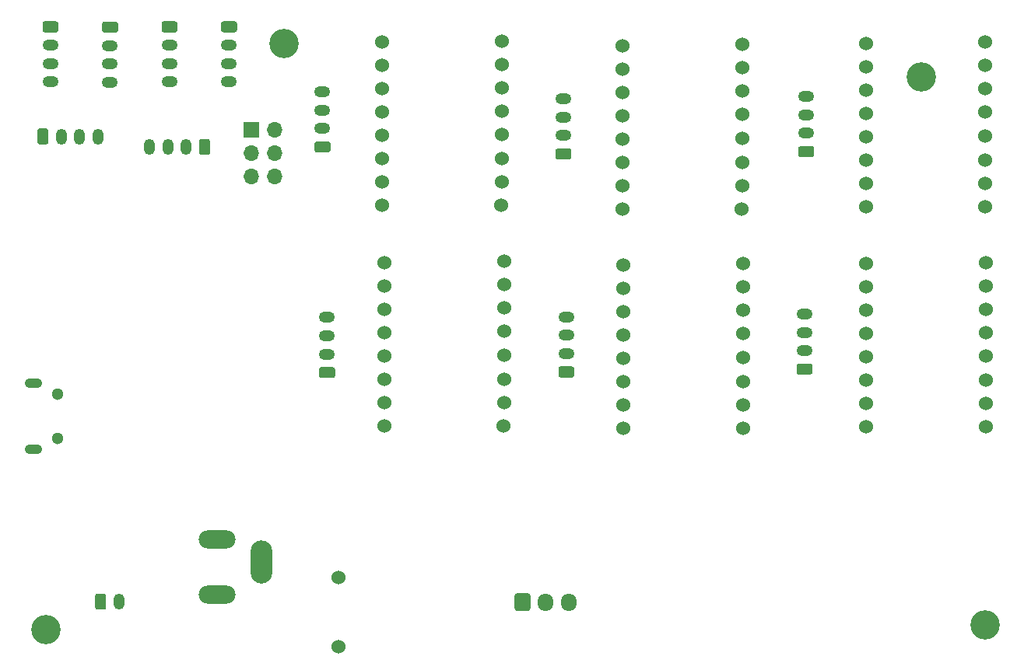
<source format=gbr>
%TF.GenerationSoftware,KiCad,Pcbnew,(5.1.9-0-10_14)*%
%TF.CreationDate,2021-08-09T22:26:57+08:00*%
%TF.ProjectId,Motor_clock,4d6f746f-725f-4636-9c6f-636b2e6b6963,rev?*%
%TF.SameCoordinates,Original*%
%TF.FileFunction,Soldermask,Bot*%
%TF.FilePolarity,Negative*%
%FSLAX46Y46*%
G04 Gerber Fmt 4.6, Leading zero omitted, Abs format (unit mm)*
G04 Created by KiCad (PCBNEW (5.1.9-0-10_14)) date 2021-08-09 22:26:57*
%MOMM*%
%LPD*%
G01*
G04 APERTURE LIST*
%ADD10C,1.524000*%
%ADD11O,1.700000X1.950000*%
%ADD12O,1.900000X1.070000*%
%ADD13C,1.300000*%
%ADD14O,1.200000X1.750000*%
%ADD15O,1.700000X1.700000*%
%ADD16R,1.700000X1.700000*%
%ADD17O,1.750000X1.200000*%
%ADD18C,3.200000*%
%ADD19O,4.000000X2.000000*%
%ADD20O,2.350000X4.700000*%
G04 APERTURE END LIST*
D10*
%TO.C,BZ1*%
X145034000Y-126355000D03*
X145034000Y-118755000D03*
%TD*%
D11*
%TO.C,J1*%
X170027600Y-121462800D03*
X167527600Y-121462800D03*
G36*
G01*
X164177600Y-122187800D02*
X164177600Y-120737800D01*
G75*
G02*
X164427600Y-120487800I250000J0D01*
G01*
X165627600Y-120487800D01*
G75*
G02*
X165877600Y-120737800I0J-250000D01*
G01*
X165877600Y-122187800D01*
G75*
G02*
X165627600Y-122437800I-250000J0D01*
G01*
X164427600Y-122437800D01*
G75*
G02*
X164177600Y-122187800I0J250000D01*
G01*
G37*
%TD*%
D10*
%TO.C,U3*%
X215452960Y-84470240D03*
X215447880Y-86995000D03*
X215458040Y-89545160D03*
X215458040Y-92095320D03*
X215458040Y-94650560D03*
X215458040Y-97292160D03*
X215458040Y-99816920D03*
X215442800Y-102362000D03*
X202438000Y-84582000D03*
X202438000Y-87122000D03*
X202438000Y-89662000D03*
X202438000Y-92202000D03*
X202438000Y-94742000D03*
X202438000Y-97282000D03*
X202438000Y-99822000D03*
X202438000Y-102362000D03*
%TD*%
D12*
%TO.C,J11*%
X111777000Y-104804000D03*
D13*
X114427000Y-103629000D03*
D12*
X111777000Y-97604000D03*
D13*
X114427000Y-98779000D03*
%TD*%
D14*
%TO.C,J15*%
X118840000Y-70739000D03*
X116840000Y-70739000D03*
X114840000Y-70739000D03*
G36*
G01*
X112240000Y-71364001D02*
X112240000Y-70113999D01*
G75*
G02*
X112489999Y-69864000I249999J0D01*
G01*
X113190001Y-69864000D01*
G75*
G02*
X113440000Y-70113999I0J-249999D01*
G01*
X113440000Y-71364001D01*
G75*
G02*
X113190001Y-71614000I-249999J0D01*
G01*
X112489999Y-71614000D01*
G75*
G02*
X112240000Y-71364001I0J249999D01*
G01*
G37*
%TD*%
D15*
%TO.C,J4*%
X138049000Y-75057000D03*
X135509000Y-75057000D03*
X138049000Y-72517000D03*
X135509000Y-72517000D03*
X138049000Y-69977000D03*
D16*
X135509000Y-69977000D03*
%TD*%
D17*
%TO.C,J17*%
X113665000Y-64801000D03*
X113665000Y-62801000D03*
X113665000Y-60801000D03*
G36*
G01*
X113039999Y-58201000D02*
X114290001Y-58201000D01*
G75*
G02*
X114540000Y-58450999I0J-249999D01*
G01*
X114540000Y-59151001D01*
G75*
G02*
X114290001Y-59401000I-249999J0D01*
G01*
X113039999Y-59401000D01*
G75*
G02*
X112790000Y-59151001I0J249999D01*
G01*
X112790000Y-58450999D01*
G75*
G02*
X113039999Y-58201000I249999J0D01*
G01*
G37*
%TD*%
%TO.C,J16*%
X126619000Y-64801000D03*
X126619000Y-62801000D03*
X126619000Y-60801000D03*
G36*
G01*
X125993999Y-58201000D02*
X127244001Y-58201000D01*
G75*
G02*
X127494000Y-58450999I0J-249999D01*
G01*
X127494000Y-59151001D01*
G75*
G02*
X127244001Y-59401000I-249999J0D01*
G01*
X125993999Y-59401000D01*
G75*
G02*
X125744000Y-59151001I0J249999D01*
G01*
X125744000Y-58450999D01*
G75*
G02*
X125993999Y-58201000I249999J0D01*
G01*
G37*
%TD*%
D14*
%TO.C,J14*%
X124429000Y-71882000D03*
X126429000Y-71882000D03*
X128429000Y-71882000D03*
G36*
G01*
X131029000Y-71256999D02*
X131029000Y-72507001D01*
G75*
G02*
X130779001Y-72757000I-249999J0D01*
G01*
X130078999Y-72757000D01*
G75*
G02*
X129829000Y-72507001I0J249999D01*
G01*
X129829000Y-71256999D01*
G75*
G02*
X130078999Y-71007000I249999J0D01*
G01*
X130779001Y-71007000D01*
G75*
G02*
X131029000Y-71256999I0J-249999D01*
G01*
G37*
%TD*%
D17*
%TO.C,J13*%
X120142000Y-64833000D03*
X120142000Y-62833000D03*
X120142000Y-60833000D03*
G36*
G01*
X119516999Y-58233000D02*
X120767001Y-58233000D01*
G75*
G02*
X121017000Y-58482999I0J-249999D01*
G01*
X121017000Y-59183001D01*
G75*
G02*
X120767001Y-59433000I-249999J0D01*
G01*
X119516999Y-59433000D01*
G75*
G02*
X119267000Y-59183001I0J249999D01*
G01*
X119267000Y-58482999D01*
G75*
G02*
X119516999Y-58233000I249999J0D01*
G01*
G37*
%TD*%
%TO.C,J12*%
X133096000Y-64801000D03*
X133096000Y-62801000D03*
X133096000Y-60801000D03*
G36*
G01*
X132470999Y-58201000D02*
X133721001Y-58201000D01*
G75*
G02*
X133971000Y-58450999I0J-249999D01*
G01*
X133971000Y-59151001D01*
G75*
G02*
X133721001Y-59401000I-249999J0D01*
G01*
X132470999Y-59401000D01*
G75*
G02*
X132221000Y-59151001I0J249999D01*
G01*
X132221000Y-58450999D01*
G75*
G02*
X132470999Y-58201000I249999J0D01*
G01*
G37*
%TD*%
D18*
%TO.C,H4*%
X113157000Y-124460000D03*
%TD*%
%TO.C,H3*%
X215341200Y-123952000D03*
%TD*%
%TO.C,H2*%
X139065000Y-60579000D03*
%TD*%
%TO.C,H1*%
X208432400Y-64262000D03*
%TD*%
D17*
%TO.C,J10*%
X169481500Y-66644000D03*
X169481500Y-68644000D03*
X169481500Y-70644000D03*
G36*
G01*
X170106501Y-73244000D02*
X168856499Y-73244000D01*
G75*
G02*
X168606500Y-72994001I0J249999D01*
G01*
X168606500Y-72293999D01*
G75*
G02*
X168856499Y-72044000I249999J0D01*
G01*
X170106501Y-72044000D01*
G75*
G02*
X170356500Y-72293999I0J-249999D01*
G01*
X170356500Y-72994001D01*
G75*
G02*
X170106501Y-73244000I-249999J0D01*
G01*
G37*
%TD*%
%TO.C,J9*%
X169799000Y-90393000D03*
X169799000Y-92393000D03*
X169799000Y-94393000D03*
G36*
G01*
X170424001Y-96993000D02*
X169173999Y-96993000D01*
G75*
G02*
X168924000Y-96743001I0J249999D01*
G01*
X168924000Y-96042999D01*
G75*
G02*
X169173999Y-95793000I249999J0D01*
G01*
X170424001Y-95793000D01*
G75*
G02*
X170674000Y-96042999I0J-249999D01*
G01*
X170674000Y-96743001D01*
G75*
G02*
X170424001Y-96993000I-249999J0D01*
G01*
G37*
%TD*%
%TO.C,J8*%
X143256000Y-65882000D03*
X143256000Y-67882000D03*
X143256000Y-69882000D03*
G36*
G01*
X143881001Y-72482000D02*
X142630999Y-72482000D01*
G75*
G02*
X142381000Y-72232001I0J249999D01*
G01*
X142381000Y-71531999D01*
G75*
G02*
X142630999Y-71282000I249999J0D01*
G01*
X143881001Y-71282000D01*
G75*
G02*
X144131000Y-71531999I0J-249999D01*
G01*
X144131000Y-72232001D01*
G75*
G02*
X143881001Y-72482000I-249999J0D01*
G01*
G37*
%TD*%
%TO.C,J7*%
X195897500Y-66390000D03*
X195897500Y-68390000D03*
X195897500Y-70390000D03*
G36*
G01*
X196522501Y-72990000D02*
X195272499Y-72990000D01*
G75*
G02*
X195022500Y-72740001I0J249999D01*
G01*
X195022500Y-72039999D01*
G75*
G02*
X195272499Y-71790000I249999J0D01*
G01*
X196522501Y-71790000D01*
G75*
G02*
X196772500Y-72039999I0J-249999D01*
G01*
X196772500Y-72740001D01*
G75*
G02*
X196522501Y-72990000I-249999J0D01*
G01*
G37*
%TD*%
%TO.C,J6*%
X143764000Y-90456500D03*
X143764000Y-92456500D03*
X143764000Y-94456500D03*
G36*
G01*
X144389001Y-97056500D02*
X143138999Y-97056500D01*
G75*
G02*
X142889000Y-96806501I0J249999D01*
G01*
X142889000Y-96106499D01*
G75*
G02*
X143138999Y-95856500I249999J0D01*
G01*
X144389001Y-95856500D01*
G75*
G02*
X144639000Y-96106499I0J-249999D01*
G01*
X144639000Y-96806501D01*
G75*
G02*
X144389001Y-97056500I-249999J0D01*
G01*
G37*
%TD*%
%TO.C,J5*%
X195707000Y-90075500D03*
X195707000Y-92075500D03*
X195707000Y-94075500D03*
G36*
G01*
X196332001Y-96675500D02*
X195081999Y-96675500D01*
G75*
G02*
X194832000Y-96425501I0J249999D01*
G01*
X194832000Y-95725499D01*
G75*
G02*
X195081999Y-95475500I249999J0D01*
G01*
X196332001Y-95475500D01*
G75*
G02*
X196582000Y-95725499I0J-249999D01*
G01*
X196582000Y-96425501D01*
G75*
G02*
X196332001Y-96675500I-249999J0D01*
G01*
G37*
%TD*%
D14*
%TO.C,J3*%
X121126000Y-121412000D03*
G36*
G01*
X118526000Y-122037001D02*
X118526000Y-120786999D01*
G75*
G02*
X118775999Y-120537000I249999J0D01*
G01*
X119476001Y-120537000D01*
G75*
G02*
X119726000Y-120786999I0J-249999D01*
G01*
X119726000Y-122037001D01*
G75*
G02*
X119476001Y-122287000I-249999J0D01*
G01*
X118775999Y-122287000D01*
G75*
G02*
X118526000Y-122037001I0J249999D01*
G01*
G37*
%TD*%
D10*
%TO.C,U4*%
X163001960Y-84343240D03*
X162996880Y-86868000D03*
X163007040Y-89418160D03*
X163007040Y-91968320D03*
X163007040Y-94523560D03*
X163007040Y-97165160D03*
X163007040Y-99689920D03*
X162991800Y-102235000D03*
X149987000Y-84455000D03*
X149987000Y-86995000D03*
X149987000Y-89535000D03*
X149987000Y-92075000D03*
X149987000Y-94615000D03*
X149987000Y-97155000D03*
X149987000Y-99695000D03*
X149987000Y-102235000D03*
%TD*%
%TO.C,U5*%
X202374500Y-78359000D03*
X202374500Y-75819000D03*
X202374500Y-73279000D03*
X202374500Y-70739000D03*
X202374500Y-68199000D03*
X202374500Y-65659000D03*
X202374500Y-63119000D03*
X202374500Y-60579000D03*
X215379300Y-78359000D03*
X215394540Y-75813920D03*
X215394540Y-73289160D03*
X215394540Y-70647560D03*
X215394540Y-68092320D03*
X215394540Y-65542160D03*
X215384380Y-62992000D03*
X215389460Y-60467240D03*
%TD*%
%TO.C,U6*%
X149733000Y-78232000D03*
X149733000Y-75692000D03*
X149733000Y-73152000D03*
X149733000Y-70612000D03*
X149733000Y-68072000D03*
X149733000Y-65532000D03*
X149733000Y-62992000D03*
X149733000Y-60452000D03*
X162737800Y-78232000D03*
X162753040Y-75686920D03*
X162753040Y-73162160D03*
X162753040Y-70520560D03*
X162753040Y-67965320D03*
X162753040Y-65415160D03*
X162742880Y-62865000D03*
X162747960Y-60340240D03*
%TD*%
%TO.C,U7*%
X189036960Y-84597240D03*
X189031880Y-87122000D03*
X189042040Y-89672160D03*
X189042040Y-92222320D03*
X189042040Y-94777560D03*
X189042040Y-97419160D03*
X189042040Y-99943920D03*
X189026800Y-102489000D03*
X176022000Y-84709000D03*
X176022000Y-87249000D03*
X176022000Y-89789000D03*
X176022000Y-92329000D03*
X176022000Y-94869000D03*
X176022000Y-97409000D03*
X176022000Y-99949000D03*
X176022000Y-102489000D03*
%TD*%
%TO.C,U8*%
X175895000Y-78613000D03*
X175895000Y-76073000D03*
X175895000Y-73533000D03*
X175895000Y-70993000D03*
X175895000Y-68453000D03*
X175895000Y-65913000D03*
X175895000Y-63373000D03*
X175895000Y-60833000D03*
X188899800Y-78613000D03*
X188915040Y-76067920D03*
X188915040Y-73543160D03*
X188915040Y-70901560D03*
X188915040Y-68346320D03*
X188915040Y-65796160D03*
X188904880Y-63246000D03*
X188909960Y-60721240D03*
%TD*%
D19*
%TO.C,J2*%
X131826000Y-114617500D03*
X131826000Y-120617500D03*
D20*
X136626000Y-117117500D03*
%TD*%
M02*

</source>
